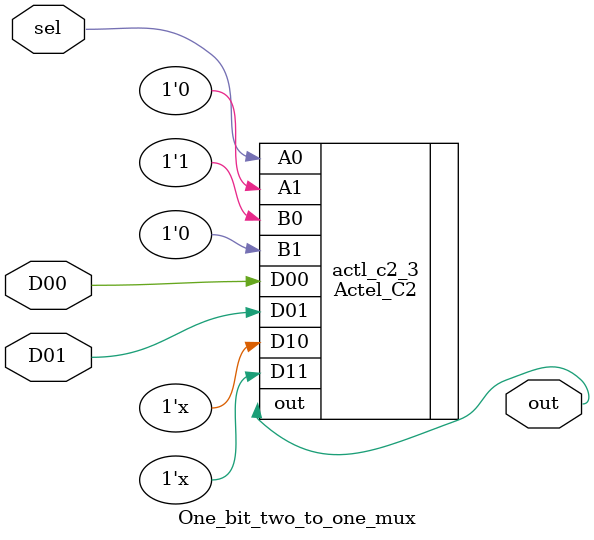
<source format=v>
module One_bit_two_to_one_mux (input D00, D01, sel, output out);

    Actel_C2 actl_c2_3(
        .out(out),
        .D00(D00),
        .D01(D01), 
        .D10(1'bz),
        .D11(1'bz), 
        .A1(1'b0),
        .B1(1'b0),
        .A0(sel),
        .B0(1'b1)
    );

endmodule

</source>
